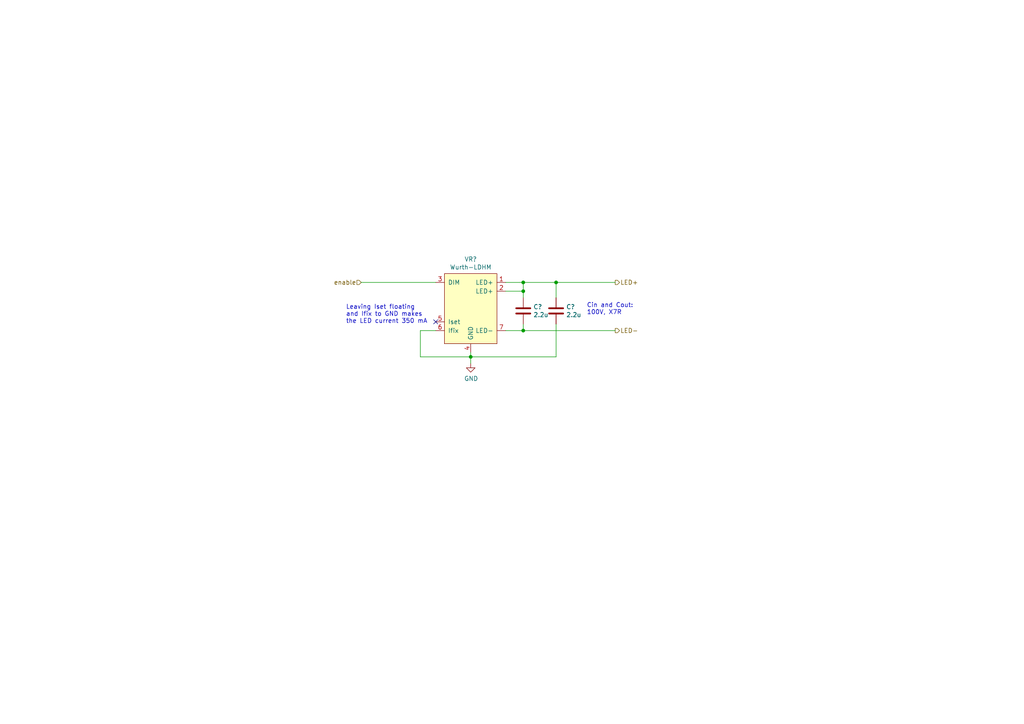
<source format=kicad_sch>
(kicad_sch (version 20231120) (generator "eeschema") (generator_version "8.0")
  (paper "A4")
  (title_block (title "Schematic Blocks") (date "2019-12-05") (rev "1.0") (company "KTH Formula Student") (comment 1 " - ") (comment 2 "Jordi Altayó") (comment 3 "jordiag@kth.se") (comment 4 "Top page"))
  (lib_symbols
    (symbol "Device:C" (pin_numbers hide) (pin_names (offset 0.254))
      (property "Reference" "C" (at 0.635 2.54 0))
      (property "Value" "C" (at 0.635 -2.54 0))
      (symbol "C_0_1"
        (polyline (pts (xy -2.032 -0.762) (xy 2.032 -0.762)) (stroke (width 0.508)))
        (polyline (pts (xy -2.032 0.762) (xy 2.032 0.762)) (stroke (width 0.508)))
      )
      (symbol "C_1_1"
        (pin passive line (at 0 3.81 270) (length 2.794) (name "~") (number "1"))
        (pin passive line (at 0 -3.81 90) (length 2.794) (name "~") (number "2"))
      )
    )
    (symbol "KTHFS:Wurth-LDHM" (pin_names (offset 1.016))
      (property "Reference" "VR" (at -6.35 10.16 0))
      (property "Value" "Wurth-LDHM" (at 0 0 0))
      (symbol "Wurth-LDHM_0_1"
        (rectangle (start -7.62 -11.43) (end 7.62 8.89) (fill (type background)))
      )
      (symbol "Wurth-LDHM_1_1"
        (pin power_in line (at 10.16 6.35 180) (length 2.54) (name "LED+") (number "1"))
        (pin power_in line (at 10.16 3.81 180) (length 2.54) (name "LED+") (number "2"))
        (pin power_in line (at -10.16 6.35 0) (length 2.54) (name "DIM") (number "3"))
        (pin power_in line (at 0 -13.97 90) (length 2.54) (name "GND") (number "4"))
        (pin power_in line (at -10.16 -5.08 0) (length 2.54) (name "Iset") (number "5"))
        (pin power_in line (at -10.16 -7.62 0) (length 2.54) (name "Ifix") (number "6"))
        (pin power_in line (at 10.16 -7.62 180) (length 2.54) (name "LED-") (number "7"))
      )
    )
    (symbol "power:GND" (power) (pin_numbers hide) (pin_names (offset 0) hide)
      (property "Value" "GND" (at 0 -3.81 0))
      (symbol "GND_0_1"
        (polyline (pts (xy 0 0) (xy 0 -1.27) (xy 1.27 -1.27) (xy 0 -2.54) (xy -1.27 -1.27) (xy 0 -1.27)))
      )
      (symbol "GND_1_1"
        (pin power_in line (at 0 0 270) (length 0) (name "~") (number "1"))
      )
    )
  )
  (junction (at 151.765 84.455))
  (junction (at 151.765 81.915))
  (junction (at 136.525 103.505))
  (junction (at 151.765 95.885))
  (junction (at 161.29 81.915))
  (no_connect (at 126.365 93.345))
  (wire (pts (xy 161.29 93.98) (xy 161.29 103.505)))
  (wire (pts (xy 126.365 81.915) (xy 104.775 81.915)))
  (wire (pts (xy 136.525 105.41) (xy 136.525 103.505)))
  (wire (pts (xy 151.765 95.885) (xy 178.435 95.885)))
  (wire (pts (xy 161.29 81.915) (xy 151.765 81.915)))
  (wire (pts (xy 161.29 103.505) (xy 136.525 103.505)))
  (wire (pts (xy 151.765 95.885) (xy 151.765 93.98)))
  (wire (pts (xy 151.765 84.455) (xy 151.765 86.36)))
  (wire (pts (xy 146.685 95.885) (xy 151.765 95.885)))
  (wire (pts (xy 121.92 103.505) (xy 136.525 103.505)))
  (wire (pts (xy 161.29 86.36) (xy 161.29 81.915)))
  (wire (pts (xy 151.765 81.915) (xy 151.765 84.455)))
  (wire (pts (xy 146.685 81.915) (xy 151.765 81.915)))
  (wire (pts (xy 136.525 103.505) (xy 136.525 102.235)))
  (wire (pts (xy 126.365 95.885) (xy 121.92 95.885)))
  (wire (pts (xy 121.92 95.885) (xy 121.92 103.505)))
  (wire (pts (xy 146.685 84.455) (xy 151.765 84.455)))
  (wire (pts (xy 161.29 81.915) (xy 178.435 81.915)))
  (text "Leaving Iset floating\nand Ifix to GND makes\nthe LED current 350 mA" (at 100.33 93.98 0) (effects (font (size 1.27 1.27)) (justify left bottom)))
  (text "Cin and Cout: \n100V, X7R" (at 170.18 91.44 0) (effects (font (size 1.27 1.27)) (justify left bottom)))
  (hierarchical_label "enable" (shape input) (at 104.775 81.915 180))
  (hierarchical_label "LED+" (shape output) (at 178.435 81.915 0))
  (hierarchical_label "LED-" (shape output) (at 178.435 95.885 0))
  (symbol (lib_id "KTHFS:Wurth-LDHM") (at 136.525 88.265 0) (unit 1)
    (property "Reference" "VR?" (at 136.525 75.184 0))
    (property "Value" "Wurth-LDHM" (at 136.525 77.4954 0))
    (property "Footprint" "Package_TO_SOT_SMD:TO-263-7_TabPin4" (effects (hide yes)))
    (property "Datasheet" "https://katalog.we-online.de/pm/datasheet/172946001.pdf" (effects (hide yes)))
  )
  (symbol (lib_id "Device:C") (at 151.765 90.17 0) (unit 1)
    (property "Reference" "C?" (at 154.686 89.0016 0) (effects (justify left)))
    (property "Value" "2.2u" (at 154.686 91.313 0) (effects (justify left)))
    (property "Footprint" "Capacitor_SMD:C_1210_3225Metric" (effects (hide yes)))
  )
  (symbol (lib_id "power:GND") (at 136.525 105.41 0) (unit 1)
    (property "Reference" "#PWR0125" (effects (hide yes)))
    (property "Value" "GND" (at 136.652 109.8042 0))
    (property "Description" "Power symbol creates a global label with name \"GND\" , ground" (effects (hide yes)))
  )
  (symbol (lib_id "Device:C") (at 161.29 90.17 0) (unit 1)
    (property "Reference" "C?" (at 164.211 89.0016 0) (effects (justify left)))
    (property "Value" "2.2u" (at 164.211 91.313 0) (effects (justify left)))
    (property "Footprint" "Capacitor_SMD:C_1210_3225Metric" (effects (hide yes)))
  )
)
</source>
